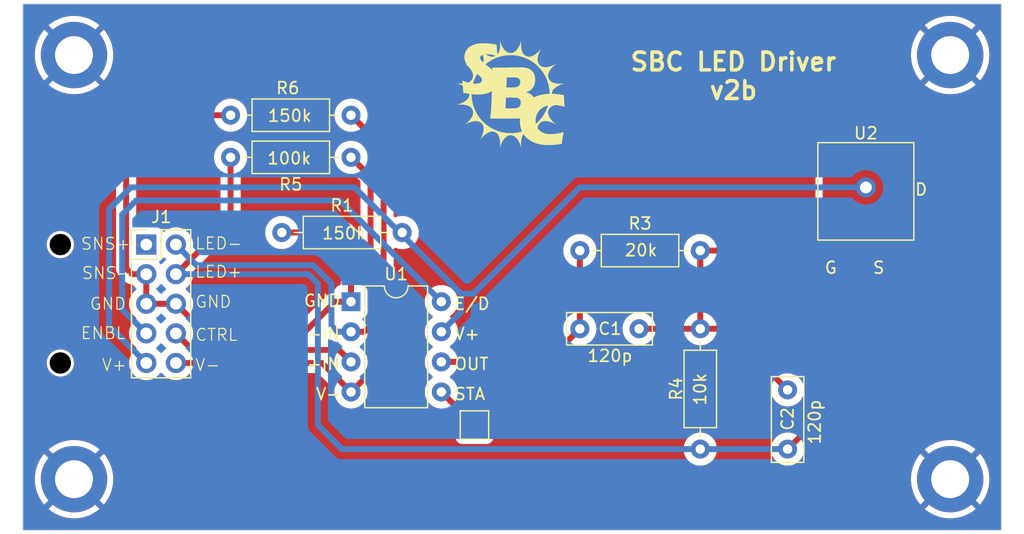
<source format=kicad_pcb>
(kicad_pcb (version 20221018) (generator pcbnew)
  (title_block (title "SBC LED driver") (date "2023-05-30") (rev "v2b") (company "SBC / Northwestern University") (comment 3 "Modified by: Zhiheng Sheng") (comment 4 "Author: Shilin Ray"))
  (layers (0 "F.Cu" signal) (31 "B.Cu" signal) (34 "B.Paste" user) (35 "F.Paste" user) (36 "B.SilkS" user "B.Silkscreen") (37 "F.SilkS" user "F.Silkscreen") (38 "B.Mask" user) (39 "F.Mask" user) (44 "Edge.Cuts" user))
  (net 0 "")
  (net 1 "GND")
  (net 2 "/ENBL")
  (net 3 "/V+")
  (net 4 "/OUT")
  (net 5 "/GATE")
  (net 6 "/LED+")
  (net 7 "/V-")
  (net 8 "/LED-")
  (net 9 "/STATUS")
  (net 10 "/CTRL")
  (net 11 "GNDPWR")
  (footprint "led_driver:molex_10pin" (layer "F.Cu") (at 68.834 53.848)
    (fp_text reference "J1" (at 1.27 -2.33) (layer "F.SilkS"))
    (fp_text value "Molex 10-pin")
    (pad "" np_thru_hole circle (at -7.25 0) (size 1.8 1.8) (drill 1.8) (layers "*.Mask"))
    (pad "" np_thru_hole circle (at -7.25 10) (size 1.8 1.8) (drill 1.8) (layers "*.Mask"))
    (pad "1" thru_hole rect (at 0 0) (size 1.7 1.7) (drill 1) (layers "*.Cu" "*.Mask") (net 8 "/LED-"))
    (pad "2" thru_hole oval (at 0 2.5) (size 1.7 1.7) (drill 1) (layers "*.Cu" "*.Mask") (net 1 "GND"))
    (pad "3" thru_hole oval (at 0 5) (size 1.7 1.7) (drill 1) (layers "*.Cu" "*.Mask") (net 1 "GND"))
    (pad "4" thru_hole oval (at 0 7.5) (size 1.7 1.7) (drill 1) (layers "*.Cu" "*.Mask") (net 2 "/ENBL"))
    (pad "5" thru_hole oval (at 0 10) (size 1.7 1.7) (drill 1) (layers "*.Cu" "*.Mask") (net 3 "/V+"))
    (pad "6" thru_hole oval (at 2.5 10) (size 1.7 1.7) (drill 1) (layers "*.Cu" "*.Mask") (net 7 "/V-"))
    (pad "7" thru_hole oval (at 2.5 7.5) (size 1.7 1.7) (drill 1) (layers "*.Cu" "*.Mask") (net 10 "/CTRL"))
    (pad "8" thru_hole oval (at 2.5 5) (size 1.7 1.7) (drill 1) (layers "*.Cu" "*.Mask" "Eco1.User") (net 1 "GND"))
    (pad "9" thru_hole oval (at 2.5 2.5) (size 1.7 1.7) (drill 1) (layers "*.Cu" "*.Mask") (net 6 "/LED+"))
    (pad "10" thru_hole oval (at 2.5 0) (size 1.7 1.7) (drill 1) (layers "*.Cu" "*.Mask") (net 8 "/LED-"))
  )
  (footprint "Capacitor_THT:C_Disc_D7.0mm_W2.5mm_P5.00mm" (layer "F.Cu") (at 122.936 71.12 90)
    (fp_text reference "C2" (at 2.54 0 90) (layer "F.SilkS"))
    (fp_text value "120p" (at 2.286 2.286 90) (layer "F.SilkS"))
    (pad "1" thru_hole circle (at 0 0 90) (size 1.6 1.6) (drill 0.8) (layers "*.Cu" "*.Mask") (net 6 "/LED+"))
    (pad "2" thru_hole circle (at 5 0 90) (size 1.6 1.6) (drill 0.8) (layers "*.Cu" "*.Mask") (net 5 "/GATE"))
  )
  (footprint "Resistor_THT:R_Axial_DIN0207_L6.3mm_D2.5mm_P10.16mm_Horizontal" (layer "F.Cu") (at 80.264 52.832)
    (fp_text reference "R1" (at 5.08 -2.286) (layer "F.SilkS"))
    (fp_text value "150k" (at 5.245428 0.066371) (layer "F.SilkS"))
    (pad "1" thru_hole circle (at 0 0) (size 1.6 1.6) (drill 0.8) (layers "*.Cu" "*.Mask") (net 1 "GND"))
    (pad "2" thru_hole oval (at 10.16 0) (size 1.6 1.6) (drill 0.8) (layers "*.Cu" "*.Mask") (net 3 "/V+"))
  )
  (footprint "MountingHole:MountingHole_3.2mm_M3_DIN965_Pad" (layer "F.Cu") (at 62.738 37.846)
    (fp_text reference "J3")
    (fp_text value "Conn_01x01_Pin")
    (pad "1" thru_hole circle (at 0 0) (size 5.6 5.6) (drill 3.2) (layers "*.Cu" "*.Mask") (net 11 "GNDPWR"))
  )
  (footprint "MountingHole:MountingHole_3.2mm_M3_DIN965_Pad" (layer "F.Cu") (at 136.652 37.846)
    (fp_text reference "J4")
    (fp_text value "Conn_01x01_Pin")
    (pad "1" thru_hole circle (at 0 0) (size 5.6 5.6) (drill 3.2) (layers "*.Cu" "*.Mask") (net 11 "GNDPWR"))
  )
  (footprint "Package_DIP:DIP-8_W7.62mm" (layer "F.Cu") (at 86.106 58.674)
    (fp_text reference "U1" (at 3.81 -2.33) (layer "F.SilkS"))
    (fp_text value "OPA462")
    (pad "1" thru_hole rect (at 0 0) (size 1.6 1.6) (drill 0.8) (layers "*.Cu" "*.Mask") (net 1 "GND"))
    (pad "2" thru_hole oval (at 0 2.54) (size 1.6 1.6) (drill 0.8) (layers "*.Cu" "*.Mask") (net 8 "/LED-"))
    (pad "3" thru_hole oval (at 0 5.08) (size 1.6 1.6) (drill 0.8) (layers "*.Cu" "*.Mask") (net 10 "/CTRL"))
    (pad "4" thru_hole oval (at 0 7.62) (size 1.6 1.6) (drill 0.8) (layers "*.Cu" "*.Mask") (net 7 "/V-"))
    (pad "5" thru_hole oval (at 7.62 7.62) (size 1.6 1.6) (drill 0.8) (layers "*.Cu" "*.Mask") (net 9 "/STATUS"))
    (pad "6" thru_hole oval (at 7.62 5.08) (size 1.6 1.6) (drill 0.8) (layers "*.Cu" "*.Mask") (net 4 "/OUT"))
    (pad "7" thru_hole oval (at 7.62 2.54) (size 1.6 1.6) (drill 0.8) (layers "*.Cu" "*.Mask") (net 3 "/V+"))
    (pad "8" thru_hole oval (at 7.62 0) (size 1.6 1.6) (drill 0.8) (layers "*.Cu" "*.Mask") (net 2 "/ENBL"))
  )
  (footprint "Capacitor_THT:C_Disc_D7.0mm_W2.5mm_P5.00mm" (layer "F.Cu") (at 105.41 60.96)
    (fp_text reference "C1" (at 2.54 0) (layer "F.SilkS"))
    (fp_text value "120p" (at 2.54 2.286) (layer "F.SilkS"))
    (pad "1" thru_hole circle (at 0 0) (size 1.6 1.6) (drill 0.8) (layers "*.Cu" "*.Mask") (net 4 "/OUT"))
    (pad "2" thru_hole circle (at 5 0) (size 1.6 1.6) (drill 0.8) (layers "*.Cu" "*.Mask") (net 5 "/GATE"))
  )
  (footprint "TestPoint:TestPoint_Pad_2.0x2.0mm" (layer "F.Cu") (at 96.52 69.088)
    (fp_text reference "J2")
    (fp_text value "Test")
    (pad "1" smd rect (at 0 0) (size 2 2) (layers "F.Cu" "F.Mask") (net 9 "/STATUS"))
  )
  (footprint "MountingHole:MountingHole_3.2mm_M3_DIN965_Pad" (layer "F.Cu") (at 136.652 73.66)
    (fp_text reference "J5")
    (fp_text value "Conn_01x01_Pin")
    (pad "1" thru_hole circle (at 0 0) (size 5.6 5.6) (drill 3.2) (layers "*.Cu" "*.Mask") (net 11 "GNDPWR"))
  )
  (footprint "Resistor_THT:R_Axial_DIN0207_L6.3mm_D2.5mm_P10.16mm_Horizontal" (layer "F.Cu") (at 86.106 46.482 180)
    (fp_text reference "R5" (at 5.08 -2.286) (layer "F.SilkS"))
    (fp_text value "100k" (at 5.212309 -0.087907) (layer "F.SilkS"))
    (pad "1" thru_hole circle (at 0 0 180) (size 1.6 1.6) (drill 0.8) (layers "*.Cu" "*.Mask") (net 8 "/LED-"))
    (pad "2" thru_hole oval (at 10.16 0 180) (size 1.6 1.6) (drill 0.8) (layers "*.Cu" "*.Mask") (net 6 "/LED+"))
  )
  (footprint "led_driver:sbc_logo" (layer "F.Cu") (at 99.568 41.148)
    (fp_text reference "G***" hide)
    (fp_text value "LOGO" hide)
  )
  (footprint "Resistor_THT:R_Axial_DIN0207_L6.3mm_D2.5mm_P10.16mm_Horizontal" (layer "F.Cu") (at 115.57 54.356 180)
    (fp_text reference "R3" (at 5.08 2.286) (layer "F.SilkS"))
    (fp_text value "20k" (at 4.996772 0.025055) (layer "F.SilkS"))
    (pad "1" thru_hole circle (at 0 0 180) (size 1.6 1.6) (drill 0.8) (layers "*.Cu" "*.Mask") (net 5 "/GATE"))
    (pad "2" thru_hole oval (at 10.16 0 180) (size 1.6 1.6) (drill 0.8) (layers "*.Cu" "*.Mask") (net 4 "/OUT"))
  )
  (footprint "led_driver:BUK7S2R5-40H_footprint" (layer "F.Cu") (at 129.54 50.322)
    (fp_text reference "U2" (at 0 -5.872 unlocked) (layer "F.SilkS"))
    (fp_text value "BUK7S2R5-40H")
    (pad "1" smd roundrect (at -3 4.05) (size 1.2 1.4) (layers "F.Cu" "F.Paste" "F.Mask") (net 5 "/GATE"))
    (pad "2" smd roundrect (at 1 4.05) (size 5.1 1.4) (layers "F.Cu" "F.Paste" "F.Mask") (net 6 "/LED+"))
    (pad "3" thru_hole circle (at 0 -1.3) (size 1.7 1.7) (drill 1) (layers "*.Cu" "*.Mask") (net 3 "/V+"))
    (pad "3" smd roundrect (at 0 -1.3) (size 7.3 5.5) (layers "F.Cu" "F.Paste" "F.Mask") (net 3 "/V+"))
  )
  (footprint "MountingHole:MountingHole_3.2mm_M3_DIN965_Pad" (layer "F.Cu") (at 62.738 73.66)
    (fp_text reference "J6")
    (fp_text value "Conn_01x01_Pin")
    (pad "1" thru_hole circle (at 0 0) (size 5.6 5.6) (drill 3.2) (layers "*.Cu" "*.Mask") (net 11 "GNDPWR"))
  )
  (footprint "Resistor_THT:R_Axial_DIN0207_L6.3mm_D2.5mm_P10.16mm_Horizontal" (layer "F.Cu") (at 86.106 42.926 180)
    (fp_text reference "R6" (at 5.334 2.286) (layer "F.SilkS"))
    (fp_text value "150k" (at 5.168293 -0.045759) (layer "F.SilkS"))
    (pad "1" thru_hole circle (at 0 0 180) (size 1.6 1.6) (drill 0.8) (layers "*.Cu" "*.Mask") (net 7 "/V-"))
    (pad "2" thru_hole oval (at 10.16 0 180) (size 1.6 1.6) (drill 0.8) (layers "*.Cu" "*.Mask") (net 1 "GND"))
  )
  (footprint "Resistor_THT:R_Axial_DIN0207_L6.3mm_D2.5mm_P10.16mm_Horizontal" (layer "F.Cu") (at 115.57 71.12 90)
    (fp_text reference "R4" (at 5.08 -2.032 270) (layer "F.SilkS"))
    (fp_text value "10k" (at 5.057434 -0.013042 90) (layer "F.SilkS"))
    (pad "1" thru_hole circle (at 0 0 90) (size 1.6 1.6) (drill 0.8) (layers "*.Cu" "*.Mask") (net 6 "/LED+"))
    (pad "2" thru_hole oval (at 10.16 0 90) (size 1.6 1.6) (drill 0.8) (layers "*.Cu" "*.Mask") (net 5 "/GATE"))
  )
  (gr_rect (start 58.42 33.528) (end 140.97 77.978) (stroke (width 0.05)) (fill none) (layer "Edge.Cuts"))
  (gr_text "SNS+" (at 63.246 54.367793) (layer "F.SilkS") (effects (font (size 1 1) (thickness 0.1)) (justify left bottom)))
  (gr_text "STA" (at 94.742 67.056) (layer "F.SilkS") (effects (font (size 1 1)) (justify left bottom)))
  (gr_text "CTRL" (at 72.898 62.056) (layer "F.SilkS") (effects (font (size 1 1) (thickness 0.1)) (justify left bottom)))
  (gr_text "S" (at 130.048 56.388) (layer "F.SilkS") (effects (font (size 1 1)) (justify left bottom)))
  (gr_text "LED+" (at 72.898 56.730937) (layer "F.SilkS") (effects (font (size 1 1) (thickness 0.1)) (justify left bottom)))
  (gr_text "V-" (at 83.058 67.056) (layer "F.SilkS") (effects (font (size 1 1)) (justify left bottom)))
  (gr_text "V-" (at 72.898 64.596) (layer "F.SilkS") (effects (font (size 1 1) (thickness 0.1)) (justify left bottom)))
  (gr_text "G" (at 125.984 56.388) (layer "F.SilkS") (effects (font (size 1 1)) (justify left bottom)))
  (gr_text "SNS-" (at 63.332303 56.84171) (layer "F.SilkS") (effects (font (size 1 1) (thickness 0.1)) (justify left bottom)))
  (gr_text "GND" (at 82.042 59.182) (layer "F.SilkS") (effects (font (size 1 1)) (justify left bottom)))
  (gr_text "-IN" (at 82.296 61.976) (layer "F.SilkS") (effects (font (size 1 1)) (justify left bottom)))
  (gr_text "+IN" (at 82.296 64.516) (layer "F.SilkS") (effects (font (size 1 1)) (justify left bottom)))
  (gr_text "GND" (at 64.008 59.435925) (layer "F.SilkS") (effects (font (size 1 1) (thickness 0.1)) (justify left bottom)))
  (gr_text "SBC LED Driver\nv2b" (at 118.364 39.624) (layer "F.SilkS") (effects (font (size 1.5 1.5) (thickness 0.3))))
  (gr_text "GND" (at 72.898 59.262) (layer "F.SilkS") (effects (font (size 1 1) (thickness 0.1)) (justify left bottom)))
  (gr_text "V+" (at 65.024 64.596) (layer "F.SilkS") (effects (font (size 1 1) (thickness 0.1)) (justify left bottom)))
  (gr_text "V+" (at 94.742 61.976) (layer "F.SilkS") (effects (font (size 1 1)) (justify left bottom)))
  (gr_text "LED-" (at 72.898 54.338634) (layer "F.SilkS") (effects (font (size 1 1) (thickness 0.1)) (justify left bottom)))
  (gr_text "OUT" (at 94.742 64.516) (layer "F.SilkS") (effects (font (size 1 1)) (justify left bottom)))
  (gr_text "ENBL\n" (at 63.246 61.913944) (layer "F.SilkS") (effects (font (size 1 1) (thickness 0.1)) (justify left bottom)))
  (gr_text "D" (at 133.604 49.784) (layer "F.SilkS") (effects (font (size 1 1)) (justify left bottom)))
  (gr_text "E/D" (at 94.742 59.436) (layer "F.SilkS") (effects (font (size 1 1)) (justify left bottom)))
  (segment (start 68.834 56.348) (end 68.834 58.848) (width 0.5) (layer "F.Cu") (net 1))
  (segment (start 67.134 44.626) (end 67.134 55.850081) (width 0.5) (layer "F.Cu") (net 1))
  (segment (start 67.134 44.626) (end 68.834 42.926) (width 0.5) (layer "F.Cu") (net 1))
  (segment (start 74.134 61.648) (end 81.788 61.648) (width 0.5) (layer "F.Cu") (net 1))
  (segment (start 71.334 58.848) (end 74.134 61.648) (width 0.5) (layer "F.Cu") (net 1))
  (segment (start 68.834 42.926) (end 75.946 42.926) (width 0.5) (layer "F.Cu") (net 1))
  (segment (start 68.834 58.848) (end 71.334 58.848) (width 0.5) (layer "F.Cu") (net 1))
  (segment (start 84.762 58.674) (end 86.106 58.674) (width 0.5) (layer "F.Cu") (net 1))
  (segment (start 67.134 55.850081) (end 67.631919 56.348) (width 0.5) (layer "F.Cu") (net 1))
  (segment (start 80.264 52.832) (end 85.598 52.832) (width 0.5) (layer "F.Cu") (net 1))
  (segment (start 85.598 52.832) (end 86.106 53.34) (width 0.5) (layer "F.Cu") (net 1))
  (segment (start 81.788 61.648) (end 84.762 58.674) (width 0.5) (layer "F.Cu") (net 1))
  (segment (start 67.631919 56.348) (end 68.834 56.348) (width 0.5) (layer "F.Cu") (net 1))
  (segment (start 86.106 53.34) (end 86.106 58.674) (width 0.5) (layer "F.Cu") (net 1))
  (segment (start 67.988 50.122) (end 66.802 51.308) (width 0.5) (layer "B.Cu") (net 2))
  (segment (start 66.802 59.316) (end 68.834 61.348) (width 0.5) (layer "B.Cu") (net 2))
  (segment (start 93.726 58.674) (end 85.174 50.122) (width 0.5) (layer "B.Cu") (net 2))
  (segment (start 66.802 51.308) (end 66.802 59.316) (width 0.5) (layer "B.Cu") (net 2))
  (segment (start 85.174 50.122) (end 67.988 50.122) (width 0.5) (layer "B.Cu") (net 2))
  (segment (start 105.41 49.022) (end 96.441453 57.990547) (width 0.5) (layer "B.Cu") (net 3))
  (segment (start 95.376 57.990547) (end 95.376 59.564) (width 0.5) (layer "B.Cu") (net 3))
  (segment (start 95.376 59.564) (end 93.726 61.214) (width 0.5) (layer "B.Cu") (net 3))
  (segment (start 67.532366 49.022) (end 65.702 50.852365) (width 0.5) (layer "B.Cu") (net 3))
  (segment (start 95.376 57.990547) (end 86.407453 49.022) (width 0.5) (layer "B.Cu") (net 3))
  (segment (start 129.54 49.022) (end 105.41 49.022) (width 0.5) (layer "B.Cu") (net 3))
  (segment (start 96.441453 57.990547) (end 95.376 57.990547) (width 0.5) (layer "B.Cu") (net 3))
  (segment (start 86.407453 49.022) (end 67.532366 49.022) (width 0.5) (layer "B.Cu") (net 3))
  (segment (start 65.702 50.852365) (end 65.702 60.716) (width 0.5) (layer "B.Cu") (net 3))
  (segment (start 65.702 60.716) (end 68.834 63.848) (width 0.5) (layer "B.Cu") (net 3))
  (segment (start 93.726 63.754) (end 102.616 63.754) (width 0.5) (layer "F.Cu") (net 4))
  (segment (start 102.616 63.754) (end 105.41 60.96) (width 0.5) (layer "F.Cu") (net 4))
  (segment (start 105.41 54.356) (end 105.41 60.96) (width 0.5) (layer "F.Cu") (net 4))
  (segment (start 110.41 60.96) (end 115.57 60.96) (width 0.5) (layer "F.Cu") (net 5))
  (segment (start 115.57 60.96) (end 115.57 54.356) (width 0.5) (layer "F.Cu") (net 5))
  (segment (start 117.776 60.96) (end 122.936 66.12) (width 0.5) (layer "F.Cu") (net 5))
  (segment (start 115.57 54.356) (end 126.524 54.356) (width 0.5) (layer "F.Cu") (net 5))
  (segment (start 115.57 60.96) (end 117.776 60.96) (width 0.5) (layer "F.Cu") (net 5))
  (segment (start 130.54 63.516) (end 130.54 54.372) (width 0.5) (layer "F.Cu") (net 6))
  (segment (start 75.946 51.736) (end 75.946 46.482) (width 0.5) (layer "F.Cu") (net 6))
  (segment (start 71.334 56.348) (end 75.946 51.736) (width 0.5) (layer "F.Cu") (net 6))
  (segment (start 122.936 71.12) (end 130.54 63.516) (width 0.5) (layer "F.Cu") (net 6))
  (segment (start 83.312 69.088) (end 85.344 71.12) (width 0.5) (layer "B.Cu") (net 6))
  (segment (start 83.312 57.15) (end 83.312 69.088) (width 0.5) (layer "B.Cu") (net 6))
  (segment (start 71.334 56.348) (end 82.51 56.348) (width 0.5) (layer "B.Cu") (net 6))
  (segment (start 82.51 56.348) (end 83.312 57.15) (width 0.5) (layer "B.Cu") (net 6))
  (segment (start 85.344 71.12) (end 115.57 71.12) (width 0.5) (layer "B.Cu") (net 6))
  (segment (start 122.936 71.12) (end 115.57 71.12) (width 0.5) (layer "B.Cu") (net 6))
  (segment (start 88.856 63.544) (end 86.106 66.294) (width 0.5) (layer "F.Cu") (net 7))
  (segment (start 71.334 63.848) (end 83.66 63.848) (width 0.5) (layer "F.Cu") (net 7))
  (segment (start 83.66 63.848) (end 86.106 66.294) (width 0.5) (layer "F.Cu") (net 7))
  (segment (start 86.106 42.926) (end 88.856 45.676) (width 0.5) (layer "F.Cu") (net 7))
  (segment (start 88.856 45.676) (end 88.856 63.544) (width 0.5) (layer "F.Cu") (net 7))
  (segment (start 87.756 60.69537) (end 87.23737 61.214) (width 0.5) (layer "F.Cu") (net 8))
  (segment (start 87.756 48.132) (end 87.756 60.69537) (width 0.5) (layer "F.Cu") (net 8))
  (segment (start 86.106 46.482) (end 87.756 48.132) (width 0.5) (layer "F.Cu") (net 8))
  (segment (start 87.23737 61.214) (end 86.106 61.214) (width 0.5) (layer "F.Cu") (net 8))
  (segment (start 72.184 54.707189) (end 73.074811 55.598) (width 0.5) (layer "B.Cu") (net 8))
  (segment (start 84.456 60.69537) (end 84.97463 61.214) (width 0.5) (layer "B.Cu") (net 8))
  (segment (start 71.334 53.848) (end 72.184 54.698) (width 0.5) (layer "B.Cu") (net 8))
  (segment (start 84.456 57.15) (end 84.456 60.69537) (width 0.5) (layer "B.Cu") (net 8))
  (segment (start 72.184 54.698) (end 72.184 54.707189) (width 0.5) (layer "B.Cu") (net 8))
  (segment (start 84.97463 61.214) (end 86.106 61.214) (width 0.5) (layer "B.Cu") (net 8))
  (segment (start 82.904 55.598) (end 84.456 57.15) (width 0.5) (layer "B.Cu") (net 8))
  (segment (start 73.074811 55.598) (end 82.904 55.598) (width 0.5) (layer "B.Cu") (net 8))
  (segment (start 93.726 66.294) (end 96.52 69.088) (width 0.5) (layer "F.Cu") (net 9))
  (segment (start 71.334 61.348) (end 72.734 62.748) (width 0.5) (layer "F.Cu") (net 10))
  (segment (start 72.734 62.748) (end 85.1 62.748) (width 0.5) (layer "F.Cu") (net 10))
  (segment (start 85.1 62.748) (end 86.106 63.754) (width 0.5) (layer "F.Cu") (net 10))
  (zone (net 11) (net_name "GNDPWR") (layer "F.Cu") (connect_pads (clearance 0.508)) (min_thickness 0.254) (fill yes (thermal_gap 0.508) (thermal_bridge_width 0.508))
    (polygon (pts (xy 140.97 77.978) (xy 58.42 77.978) (xy 58.42 33.528) (xy 140.97 33.528)))
  )
  (zone (net 11) (net_name "GNDPWR") (layer "B.Cu") (connect_pads (clearance 0.508)) (min_thickness 0.254) (fill yes (thermal_gap 0.508) (thermal_bridge_width 0.508) (island_removal_mode 1) (island_area_min 0))
    (polygon (pts (xy 140.97 77.978) (xy 58.42 77.983494) (xy 58.42 33.533494) (xy 140.97 33.533494)))
  )
)
</source>
